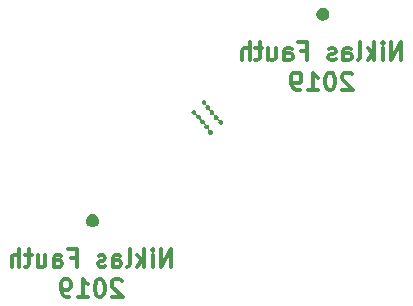
<source format=gbs>
G04 #@! TF.GenerationSoftware,KiCad,Pcbnew,5.0.2-bee76a0~70~ubuntu18.04.1*
G04 #@! TF.CreationDate,2019-09-04T02:04:56+02:00*
G04 #@! TF.ProjectId,upper_Sensor,75707065-725f-4536-956e-736f722e6b69,rev?*
G04 #@! TF.SameCoordinates,Original*
G04 #@! TF.FileFunction,Soldermask,Bot*
G04 #@! TF.FilePolarity,Negative*
%FSLAX46Y46*%
G04 Gerber Fmt 4.6, Leading zero omitted, Abs format (unit mm)*
G04 Created by KiCad (PCBNEW 5.0.2-bee76a0~70~ubuntu18.04.1) date Mi 04 Sep 2019 02:04:56 CEST*
%MOMM*%
%LPD*%
G01*
G04 APERTURE LIST*
%ADD10C,0.300000*%
%ADD11C,0.100000*%
G04 APERTURE END LIST*
D10*
X136150000Y-66403571D02*
X136150000Y-64903571D01*
X135292857Y-66403571D01*
X135292857Y-64903571D01*
X134578571Y-66403571D02*
X134578571Y-65403571D01*
X134578571Y-64903571D02*
X134650000Y-64975000D01*
X134578571Y-65046428D01*
X134507142Y-64975000D01*
X134578571Y-64903571D01*
X134578571Y-65046428D01*
X133864285Y-66403571D02*
X133864285Y-64903571D01*
X133721428Y-65832142D02*
X133292857Y-66403571D01*
X133292857Y-65403571D02*
X133864285Y-65975000D01*
X132435714Y-66403571D02*
X132578571Y-66332142D01*
X132650000Y-66189285D01*
X132650000Y-64903571D01*
X131221428Y-66403571D02*
X131221428Y-65617857D01*
X131292857Y-65475000D01*
X131435714Y-65403571D01*
X131721428Y-65403571D01*
X131864285Y-65475000D01*
X131221428Y-66332142D02*
X131364285Y-66403571D01*
X131721428Y-66403571D01*
X131864285Y-66332142D01*
X131935714Y-66189285D01*
X131935714Y-66046428D01*
X131864285Y-65903571D01*
X131721428Y-65832142D01*
X131364285Y-65832142D01*
X131221428Y-65760714D01*
X130578571Y-66332142D02*
X130435714Y-66403571D01*
X130150000Y-66403571D01*
X130007142Y-66332142D01*
X129935714Y-66189285D01*
X129935714Y-66117857D01*
X130007142Y-65975000D01*
X130150000Y-65903571D01*
X130364285Y-65903571D01*
X130507142Y-65832142D01*
X130578571Y-65689285D01*
X130578571Y-65617857D01*
X130507142Y-65475000D01*
X130364285Y-65403571D01*
X130150000Y-65403571D01*
X130007142Y-65475000D01*
X127650000Y-65617857D02*
X128150000Y-65617857D01*
X128150000Y-66403571D02*
X128150000Y-64903571D01*
X127435714Y-64903571D01*
X126221428Y-66403571D02*
X126221428Y-65617857D01*
X126292857Y-65475000D01*
X126435714Y-65403571D01*
X126721428Y-65403571D01*
X126864285Y-65475000D01*
X126221428Y-66332142D02*
X126364285Y-66403571D01*
X126721428Y-66403571D01*
X126864285Y-66332142D01*
X126935714Y-66189285D01*
X126935714Y-66046428D01*
X126864285Y-65903571D01*
X126721428Y-65832142D01*
X126364285Y-65832142D01*
X126221428Y-65760714D01*
X124864285Y-65403571D02*
X124864285Y-66403571D01*
X125507142Y-65403571D02*
X125507142Y-66189285D01*
X125435714Y-66332142D01*
X125292857Y-66403571D01*
X125078571Y-66403571D01*
X124935714Y-66332142D01*
X124864285Y-66260714D01*
X124364285Y-65403571D02*
X123792857Y-65403571D01*
X124150000Y-64903571D02*
X124150000Y-66189285D01*
X124078571Y-66332142D01*
X123935714Y-66403571D01*
X123792857Y-66403571D01*
X123292857Y-66403571D02*
X123292857Y-64903571D01*
X122650000Y-66403571D02*
X122650000Y-65617857D01*
X122721428Y-65475000D01*
X122864285Y-65403571D01*
X123078571Y-65403571D01*
X123221428Y-65475000D01*
X123292857Y-65546428D01*
X131971428Y-67596428D02*
X131900000Y-67525000D01*
X131757142Y-67453571D01*
X131400000Y-67453571D01*
X131257142Y-67525000D01*
X131185714Y-67596428D01*
X131114285Y-67739285D01*
X131114285Y-67882142D01*
X131185714Y-68096428D01*
X132042857Y-68953571D01*
X131114285Y-68953571D01*
X130185714Y-67453571D02*
X130042857Y-67453571D01*
X129900000Y-67525000D01*
X129828571Y-67596428D01*
X129757142Y-67739285D01*
X129685714Y-68025000D01*
X129685714Y-68382142D01*
X129757142Y-68667857D01*
X129828571Y-68810714D01*
X129900000Y-68882142D01*
X130042857Y-68953571D01*
X130185714Y-68953571D01*
X130328571Y-68882142D01*
X130400000Y-68810714D01*
X130471428Y-68667857D01*
X130542857Y-68382142D01*
X130542857Y-68025000D01*
X130471428Y-67739285D01*
X130400000Y-67596428D01*
X130328571Y-67525000D01*
X130185714Y-67453571D01*
X128257142Y-68953571D02*
X129114285Y-68953571D01*
X128685714Y-68953571D02*
X128685714Y-67453571D01*
X128828571Y-67667857D01*
X128971428Y-67810714D01*
X129114285Y-67882142D01*
X127542857Y-68953571D02*
X127257142Y-68953571D01*
X127114285Y-68882142D01*
X127042857Y-68810714D01*
X126900000Y-68596428D01*
X126828571Y-68310714D01*
X126828571Y-67739285D01*
X126900000Y-67596428D01*
X126971428Y-67525000D01*
X127114285Y-67453571D01*
X127400000Y-67453571D01*
X127542857Y-67525000D01*
X127614285Y-67596428D01*
X127685714Y-67739285D01*
X127685714Y-68096428D01*
X127614285Y-68239285D01*
X127542857Y-68310714D01*
X127400000Y-68382142D01*
X127114285Y-68382142D01*
X126971428Y-68310714D01*
X126900000Y-68239285D01*
X126828571Y-68096428D01*
X116650000Y-83903571D02*
X116650000Y-82403571D01*
X115792857Y-83903571D01*
X115792857Y-82403571D01*
X115078571Y-83903571D02*
X115078571Y-82903571D01*
X115078571Y-82403571D02*
X115150000Y-82475000D01*
X115078571Y-82546428D01*
X115007142Y-82475000D01*
X115078571Y-82403571D01*
X115078571Y-82546428D01*
X114364285Y-83903571D02*
X114364285Y-82403571D01*
X114221428Y-83332142D02*
X113792857Y-83903571D01*
X113792857Y-82903571D02*
X114364285Y-83475000D01*
X112935714Y-83903571D02*
X113078571Y-83832142D01*
X113150000Y-83689285D01*
X113150000Y-82403571D01*
X111721428Y-83903571D02*
X111721428Y-83117857D01*
X111792857Y-82975000D01*
X111935714Y-82903571D01*
X112221428Y-82903571D01*
X112364285Y-82975000D01*
X111721428Y-83832142D02*
X111864285Y-83903571D01*
X112221428Y-83903571D01*
X112364285Y-83832142D01*
X112435714Y-83689285D01*
X112435714Y-83546428D01*
X112364285Y-83403571D01*
X112221428Y-83332142D01*
X111864285Y-83332142D01*
X111721428Y-83260714D01*
X111078571Y-83832142D02*
X110935714Y-83903571D01*
X110650000Y-83903571D01*
X110507142Y-83832142D01*
X110435714Y-83689285D01*
X110435714Y-83617857D01*
X110507142Y-83475000D01*
X110650000Y-83403571D01*
X110864285Y-83403571D01*
X111007142Y-83332142D01*
X111078571Y-83189285D01*
X111078571Y-83117857D01*
X111007142Y-82975000D01*
X110864285Y-82903571D01*
X110650000Y-82903571D01*
X110507142Y-82975000D01*
X108150000Y-83117857D02*
X108650000Y-83117857D01*
X108650000Y-83903571D02*
X108650000Y-82403571D01*
X107935714Y-82403571D01*
X106721428Y-83903571D02*
X106721428Y-83117857D01*
X106792857Y-82975000D01*
X106935714Y-82903571D01*
X107221428Y-82903571D01*
X107364285Y-82975000D01*
X106721428Y-83832142D02*
X106864285Y-83903571D01*
X107221428Y-83903571D01*
X107364285Y-83832142D01*
X107435714Y-83689285D01*
X107435714Y-83546428D01*
X107364285Y-83403571D01*
X107221428Y-83332142D01*
X106864285Y-83332142D01*
X106721428Y-83260714D01*
X105364285Y-82903571D02*
X105364285Y-83903571D01*
X106007142Y-82903571D02*
X106007142Y-83689285D01*
X105935714Y-83832142D01*
X105792857Y-83903571D01*
X105578571Y-83903571D01*
X105435714Y-83832142D01*
X105364285Y-83760714D01*
X104864285Y-82903571D02*
X104292857Y-82903571D01*
X104650000Y-82403571D02*
X104650000Y-83689285D01*
X104578571Y-83832142D01*
X104435714Y-83903571D01*
X104292857Y-83903571D01*
X103792857Y-83903571D02*
X103792857Y-82403571D01*
X103150000Y-83903571D02*
X103150000Y-83117857D01*
X103221428Y-82975000D01*
X103364285Y-82903571D01*
X103578571Y-82903571D01*
X103721428Y-82975000D01*
X103792857Y-83046428D01*
X112471428Y-85096428D02*
X112400000Y-85025000D01*
X112257142Y-84953571D01*
X111900000Y-84953571D01*
X111757142Y-85025000D01*
X111685714Y-85096428D01*
X111614285Y-85239285D01*
X111614285Y-85382142D01*
X111685714Y-85596428D01*
X112542857Y-86453571D01*
X111614285Y-86453571D01*
X110685714Y-84953571D02*
X110542857Y-84953571D01*
X110400000Y-85025000D01*
X110328571Y-85096428D01*
X110257142Y-85239285D01*
X110185714Y-85525000D01*
X110185714Y-85882142D01*
X110257142Y-86167857D01*
X110328571Y-86310714D01*
X110400000Y-86382142D01*
X110542857Y-86453571D01*
X110685714Y-86453571D01*
X110828571Y-86382142D01*
X110900000Y-86310714D01*
X110971428Y-86167857D01*
X111042857Y-85882142D01*
X111042857Y-85525000D01*
X110971428Y-85239285D01*
X110900000Y-85096428D01*
X110828571Y-85025000D01*
X110685714Y-84953571D01*
X108757142Y-86453571D02*
X109614285Y-86453571D01*
X109185714Y-86453571D02*
X109185714Y-84953571D01*
X109328571Y-85167857D01*
X109471428Y-85310714D01*
X109614285Y-85382142D01*
X108042857Y-86453571D02*
X107757142Y-86453571D01*
X107614285Y-86382142D01*
X107542857Y-86310714D01*
X107400000Y-86096428D01*
X107328571Y-85810714D01*
X107328571Y-85239285D01*
X107400000Y-85096428D01*
X107471428Y-85025000D01*
X107614285Y-84953571D01*
X107900000Y-84953571D01*
X108042857Y-85025000D01*
X108114285Y-85096428D01*
X108185714Y-85239285D01*
X108185714Y-85596428D01*
X108114285Y-85739285D01*
X108042857Y-85810714D01*
X107900000Y-85882142D01*
X107614285Y-85882142D01*
X107471428Y-85810714D01*
X107400000Y-85739285D01*
X107328571Y-85596428D01*
D11*
G36*
X110160721Y-79470174D02*
X110260995Y-79511709D01*
X110351245Y-79572012D01*
X110427988Y-79648755D01*
X110488291Y-79739005D01*
X110529826Y-79839279D01*
X110551000Y-79945730D01*
X110551000Y-80054270D01*
X110529826Y-80160721D01*
X110488291Y-80260995D01*
X110427988Y-80351245D01*
X110351245Y-80427988D01*
X110260995Y-80488291D01*
X110160721Y-80529826D01*
X110054270Y-80551000D01*
X109945730Y-80551000D01*
X109839279Y-80529826D01*
X109739005Y-80488291D01*
X109648755Y-80427988D01*
X109572012Y-80351245D01*
X109511709Y-80260995D01*
X109470174Y-80160721D01*
X109449000Y-80054270D01*
X109449000Y-79945730D01*
X109470174Y-79839279D01*
X109511709Y-79739005D01*
X109572012Y-79648755D01*
X109648755Y-79572012D01*
X109739005Y-79511709D01*
X109839279Y-79470174D01*
X109945730Y-79449000D01*
X110054270Y-79449000D01*
X110160721Y-79470174D01*
X110160721Y-79470174D01*
G37*
G36*
X118598402Y-70627536D02*
X118633846Y-70634586D01*
X118670425Y-70649738D01*
X118670427Y-70649739D01*
X118703347Y-70671736D01*
X118731342Y-70699731D01*
X118749866Y-70727453D01*
X118753340Y-70732653D01*
X118768492Y-70769232D01*
X118776216Y-70808065D01*
X118776216Y-70847659D01*
X118770791Y-70874932D01*
X118768390Y-70899311D01*
X118770792Y-70923697D01*
X118777905Y-70947146D01*
X118789456Y-70968757D01*
X118805001Y-70987700D01*
X118823943Y-71003245D01*
X118845553Y-71014796D01*
X118869003Y-71021910D01*
X118893389Y-71024312D01*
X118917776Y-71021910D01*
X118947252Y-71016047D01*
X118986848Y-71016047D01*
X118996555Y-71017978D01*
X119025680Y-71023771D01*
X119062259Y-71038923D01*
X119062261Y-71038924D01*
X119077131Y-71048860D01*
X119095180Y-71060920D01*
X119123177Y-71088917D01*
X119134100Y-71105265D01*
X119144469Y-71120782D01*
X119145174Y-71121838D01*
X119160326Y-71158417D01*
X119164956Y-71181697D01*
X119168050Y-71197249D01*
X119168050Y-71236845D01*
X119158343Y-71285646D01*
X119157106Y-71289723D01*
X119154703Y-71314110D01*
X119157104Y-71338496D01*
X119164216Y-71361945D01*
X119175766Y-71383557D01*
X119191311Y-71402500D01*
X119210252Y-71418046D01*
X119231863Y-71429598D01*
X119255311Y-71436712D01*
X119279698Y-71439115D01*
X119297418Y-71437370D01*
X119340382Y-71437370D01*
X119349154Y-71439115D01*
X119379214Y-71445094D01*
X119415793Y-71460246D01*
X119415795Y-71460247D01*
X119421175Y-71463842D01*
X119435417Y-71473358D01*
X119448715Y-71482244D01*
X119476710Y-71510239D01*
X119497470Y-71541307D01*
X119498708Y-71543161D01*
X119513860Y-71579740D01*
X119516824Y-71594644D01*
X119521584Y-71618572D01*
X119521584Y-71658168D01*
X119511882Y-71706945D01*
X119510641Y-71711032D01*
X119508235Y-71735418D01*
X119510632Y-71759805D01*
X119517741Y-71783255D01*
X119529288Y-71804868D01*
X119544830Y-71823813D01*
X119563769Y-71839362D01*
X119585378Y-71850918D01*
X119608825Y-71858036D01*
X119633211Y-71860442D01*
X119650950Y-71858697D01*
X119693915Y-71858697D01*
X119697293Y-71859369D01*
X119732747Y-71866421D01*
X119769326Y-71881573D01*
X119769328Y-71881574D01*
X119802248Y-71903571D01*
X119830243Y-71931566D01*
X119851013Y-71962649D01*
X119852241Y-71964488D01*
X119867393Y-72001067D01*
X119875117Y-72039900D01*
X119875117Y-72079494D01*
X119867393Y-72118327D01*
X119858695Y-72139324D01*
X119851582Y-72162773D01*
X119849180Y-72187160D01*
X119851582Y-72211546D01*
X119858695Y-72234995D01*
X119870246Y-72256606D01*
X119885791Y-72275548D01*
X119904734Y-72291094D01*
X119926344Y-72302645D01*
X119949793Y-72309758D01*
X119974180Y-72312160D01*
X120009146Y-72312160D01*
X120018853Y-72314091D01*
X120047978Y-72319884D01*
X120084557Y-72335036D01*
X120084559Y-72335037D01*
X120101130Y-72346110D01*
X120117478Y-72357033D01*
X120145475Y-72385030D01*
X120156398Y-72401378D01*
X120162216Y-72410084D01*
X120167472Y-72417951D01*
X120182624Y-72454530D01*
X120190348Y-72493363D01*
X120190348Y-72532957D01*
X120182624Y-72571790D01*
X120167472Y-72608369D01*
X120167471Y-72608371D01*
X120145474Y-72641291D01*
X120117479Y-72669286D01*
X120084559Y-72691283D01*
X120084558Y-72691284D01*
X120084557Y-72691284D01*
X120047978Y-72706436D01*
X120018853Y-72712229D01*
X120009146Y-72714160D01*
X119969550Y-72714160D01*
X119959843Y-72712229D01*
X119930718Y-72706436D01*
X119894139Y-72691284D01*
X119894138Y-72691284D01*
X119894137Y-72691283D01*
X119861217Y-72669286D01*
X119833222Y-72641291D01*
X119811225Y-72608371D01*
X119811224Y-72608369D01*
X119796072Y-72571790D01*
X119788348Y-72532957D01*
X119788348Y-72493363D01*
X119796072Y-72454530D01*
X119804771Y-72433529D01*
X119811883Y-72410084D01*
X119814285Y-72385697D01*
X119811883Y-72361311D01*
X119804770Y-72337862D01*
X119793219Y-72316251D01*
X119777674Y-72297309D01*
X119758731Y-72281763D01*
X119737121Y-72270212D01*
X119713672Y-72263099D01*
X119689285Y-72260697D01*
X119654319Y-72260697D01*
X119644612Y-72258766D01*
X119615487Y-72252973D01*
X119578908Y-72237821D01*
X119578907Y-72237821D01*
X119578906Y-72237820D01*
X119545986Y-72215823D01*
X119517991Y-72187828D01*
X119517545Y-72187160D01*
X119507067Y-72171479D01*
X119495994Y-72154908D01*
X119489539Y-72139324D01*
X119480841Y-72118327D01*
X119473117Y-72079494D01*
X119473117Y-72039900D01*
X119480841Y-72001067D01*
X119482819Y-71991122D01*
X119484060Y-71987035D01*
X119486466Y-71962649D01*
X119484069Y-71938262D01*
X119476960Y-71914812D01*
X119465413Y-71893199D01*
X119449871Y-71874254D01*
X119430932Y-71858705D01*
X119409323Y-71847149D01*
X119385876Y-71840031D01*
X119361490Y-71837625D01*
X119343751Y-71839370D01*
X119300786Y-71839370D01*
X119291079Y-71837439D01*
X119261954Y-71831646D01*
X119225375Y-71816494D01*
X119225374Y-71816494D01*
X119225373Y-71816493D01*
X119192453Y-71794496D01*
X119164458Y-71766501D01*
X119142461Y-71733581D01*
X119138792Y-71724723D01*
X119127308Y-71697000D01*
X119119584Y-71658167D01*
X119119584Y-71618573D01*
X119127308Y-71579740D01*
X119129291Y-71569771D01*
X119130528Y-71565694D01*
X119132931Y-71541307D01*
X119130530Y-71516921D01*
X119123418Y-71493472D01*
X119111868Y-71471860D01*
X119096323Y-71452917D01*
X119077382Y-71437371D01*
X119055771Y-71425819D01*
X119032323Y-71418705D01*
X119007936Y-71416302D01*
X118990216Y-71418047D01*
X118947252Y-71418047D01*
X118937545Y-71416116D01*
X118908420Y-71410323D01*
X118871841Y-71395171D01*
X118871840Y-71395171D01*
X118871839Y-71395170D01*
X118838919Y-71373173D01*
X118810924Y-71345178D01*
X118804483Y-71335538D01*
X118796754Y-71323971D01*
X118788927Y-71312258D01*
X118782485Y-71296706D01*
X118773774Y-71275677D01*
X118766050Y-71236844D01*
X118766050Y-71197250D01*
X118771475Y-71169977D01*
X118773876Y-71145598D01*
X118771474Y-71121212D01*
X118764361Y-71097763D01*
X118752810Y-71076152D01*
X118737265Y-71057209D01*
X118718323Y-71041664D01*
X118696713Y-71030113D01*
X118673263Y-71022999D01*
X118648877Y-71020597D01*
X118624490Y-71022999D01*
X118595014Y-71028862D01*
X118555418Y-71028862D01*
X118545711Y-71026931D01*
X118516586Y-71021138D01*
X118480007Y-71005986D01*
X118480006Y-71005986D01*
X118480005Y-71005985D01*
X118447085Y-70983988D01*
X118419090Y-70955993D01*
X118416870Y-70952670D01*
X118408166Y-70939644D01*
X118397093Y-70923073D01*
X118397092Y-70923071D01*
X118381940Y-70886492D01*
X118374216Y-70847659D01*
X118374216Y-70808065D01*
X118381940Y-70769232D01*
X118397092Y-70732653D01*
X118400567Y-70727453D01*
X118419090Y-70699731D01*
X118447085Y-70671736D01*
X118480005Y-70649739D01*
X118480007Y-70649738D01*
X118516586Y-70634586D01*
X118552030Y-70627536D01*
X118555418Y-70626862D01*
X118595014Y-70626862D01*
X118598402Y-70627536D01*
X118598402Y-70627536D01*
G37*
G36*
X119477369Y-69781727D02*
X119506494Y-69787520D01*
X119543073Y-69802672D01*
X119543075Y-69802673D01*
X119559646Y-69813746D01*
X119575994Y-69824669D01*
X119603991Y-69852666D01*
X119625988Y-69885587D01*
X119641140Y-69922166D01*
X119648864Y-69960999D01*
X119648864Y-70000593D01*
X119641141Y-70039423D01*
X119641140Y-70039425D01*
X119632442Y-70060423D01*
X119625328Y-70083872D01*
X119622926Y-70108258D01*
X119625327Y-70132644D01*
X119632440Y-70156093D01*
X119643991Y-70177704D01*
X119659536Y-70196647D01*
X119678478Y-70212192D01*
X119700089Y-70223744D01*
X119723538Y-70230858D01*
X119747926Y-70233260D01*
X119782894Y-70233260D01*
X119792601Y-70235191D01*
X119821726Y-70240984D01*
X119858305Y-70256136D01*
X119858307Y-70256137D01*
X119891227Y-70278134D01*
X119919222Y-70306129D01*
X119935964Y-70331184D01*
X119941220Y-70339051D01*
X119956372Y-70375630D01*
X119962165Y-70404755D01*
X119964096Y-70414462D01*
X119964096Y-70454058D01*
X119954385Y-70502880D01*
X119953148Y-70506959D01*
X119950749Y-70531346D01*
X119953154Y-70555732D01*
X119960271Y-70579180D01*
X119971825Y-70600789D01*
X119987373Y-70619729D01*
X120006317Y-70635272D01*
X120027929Y-70646820D01*
X120051379Y-70653930D01*
X120075766Y-70656329D01*
X120093466Y-70654584D01*
X120136426Y-70654584D01*
X120145198Y-70656329D01*
X120175258Y-70662308D01*
X120211837Y-70677460D01*
X120211839Y-70677461D01*
X120228410Y-70688534D01*
X120244758Y-70699457D01*
X120272755Y-70727454D01*
X120294752Y-70760375D01*
X120309904Y-70796954D01*
X120312114Y-70808065D01*
X120317628Y-70835786D01*
X120317628Y-70875382D01*
X120307917Y-70924204D01*
X120306680Y-70928283D01*
X120304281Y-70952670D01*
X120306686Y-70977056D01*
X120313803Y-71000504D01*
X120325357Y-71022113D01*
X120340905Y-71041053D01*
X120359849Y-71056596D01*
X120381461Y-71068144D01*
X120404911Y-71075254D01*
X120429298Y-71077653D01*
X120447003Y-71075908D01*
X120489959Y-71075908D01*
X120498731Y-71077653D01*
X120528791Y-71083632D01*
X120562905Y-71097763D01*
X120565372Y-71098785D01*
X120581943Y-71109858D01*
X120598291Y-71120781D01*
X120626288Y-71148778D01*
X120648285Y-71181699D01*
X120663437Y-71218278D01*
X120671161Y-71257111D01*
X120671161Y-71296705D01*
X120665736Y-71323978D01*
X120663335Y-71348357D01*
X120665737Y-71372743D01*
X120672850Y-71396192D01*
X120684401Y-71417803D01*
X120699946Y-71436746D01*
X120718888Y-71452291D01*
X120740498Y-71463842D01*
X120763948Y-71470956D01*
X120788334Y-71473358D01*
X120812717Y-71470957D01*
X120842200Y-71465093D01*
X120881795Y-71465093D01*
X120891502Y-71467024D01*
X120920627Y-71472817D01*
X120957206Y-71487969D01*
X120957208Y-71487970D01*
X120990128Y-71509967D01*
X121018123Y-71537962D01*
X121039378Y-71569771D01*
X121040121Y-71570884D01*
X121055273Y-71607463D01*
X121062997Y-71646296D01*
X121062997Y-71685890D01*
X121055273Y-71724723D01*
X121040121Y-71761302D01*
X121018124Y-71794223D01*
X120990127Y-71822220D01*
X120976020Y-71831646D01*
X120957208Y-71844216D01*
X120957207Y-71844217D01*
X120957206Y-71844217D01*
X120920627Y-71859369D01*
X120891502Y-71865162D01*
X120881795Y-71867093D01*
X120842199Y-71867093D01*
X120832492Y-71865162D01*
X120803367Y-71859369D01*
X120766788Y-71844217D01*
X120766787Y-71844217D01*
X120766786Y-71844216D01*
X120747974Y-71831646D01*
X120733867Y-71822220D01*
X120705870Y-71794223D01*
X120683873Y-71761302D01*
X120668721Y-71724723D01*
X120660997Y-71685890D01*
X120660997Y-71646296D01*
X120666422Y-71619023D01*
X120668823Y-71594644D01*
X120666421Y-71570258D01*
X120659308Y-71546809D01*
X120647757Y-71525198D01*
X120632212Y-71506255D01*
X120613270Y-71490710D01*
X120591660Y-71479159D01*
X120568210Y-71472045D01*
X120543824Y-71469643D01*
X120519441Y-71472044D01*
X120489958Y-71477908D01*
X120450363Y-71477908D01*
X120440656Y-71475977D01*
X120411531Y-71470184D01*
X120374952Y-71455032D01*
X120374951Y-71455032D01*
X120374950Y-71455031D01*
X120358379Y-71443958D01*
X120342031Y-71433035D01*
X120314034Y-71405038D01*
X120292743Y-71373174D01*
X120292038Y-71372119D01*
X120292037Y-71372117D01*
X120276885Y-71335538D01*
X120269161Y-71296705D01*
X120269161Y-71257111D01*
X120276885Y-71218278D01*
X120278872Y-71208288D01*
X120280109Y-71204209D01*
X120282508Y-71179822D01*
X120280103Y-71155436D01*
X120272986Y-71131988D01*
X120261432Y-71110379D01*
X120245884Y-71091439D01*
X120226940Y-71075896D01*
X120205328Y-71064348D01*
X120181878Y-71057238D01*
X120157491Y-71054839D01*
X120139786Y-71056584D01*
X120096830Y-71056584D01*
X120087123Y-71054653D01*
X120057998Y-71048860D01*
X120021419Y-71033708D01*
X120021418Y-71033708D01*
X120021417Y-71033707D01*
X120001797Y-71020597D01*
X119988498Y-71011711D01*
X119960501Y-70983714D01*
X119949578Y-70967366D01*
X119938505Y-70950795D01*
X119938504Y-70950793D01*
X119923352Y-70914214D01*
X119915628Y-70875381D01*
X119915628Y-70835787D01*
X119923352Y-70796954D01*
X119925339Y-70786964D01*
X119926576Y-70782885D01*
X119928975Y-70758498D01*
X119926570Y-70734112D01*
X119919453Y-70710664D01*
X119907899Y-70689055D01*
X119892351Y-70670115D01*
X119873407Y-70654572D01*
X119851795Y-70643024D01*
X119828345Y-70635914D01*
X119803958Y-70633515D01*
X119786258Y-70635260D01*
X119743298Y-70635260D01*
X119733591Y-70633329D01*
X119704466Y-70627536D01*
X119667887Y-70612384D01*
X119667886Y-70612384D01*
X119667885Y-70612383D01*
X119634965Y-70590386D01*
X119606970Y-70562391D01*
X119584973Y-70529471D01*
X119584972Y-70529469D01*
X119569820Y-70492890D01*
X119562096Y-70454057D01*
X119562096Y-70414463D01*
X119569820Y-70375630D01*
X119578519Y-70354629D01*
X119585632Y-70331184D01*
X119588034Y-70306798D01*
X119585633Y-70282412D01*
X119578520Y-70258963D01*
X119566969Y-70237352D01*
X119551424Y-70218409D01*
X119532482Y-70202864D01*
X119510871Y-70191312D01*
X119487422Y-70184198D01*
X119463034Y-70181796D01*
X119428066Y-70181796D01*
X119418359Y-70179865D01*
X119389234Y-70174072D01*
X119352655Y-70158920D01*
X119352654Y-70158920D01*
X119352653Y-70158919D01*
X119319733Y-70136922D01*
X119291738Y-70108927D01*
X119269741Y-70076007D01*
X119263286Y-70060423D01*
X119254588Y-70039426D01*
X119246864Y-70000593D01*
X119246864Y-69960999D01*
X119254588Y-69922166D01*
X119269740Y-69885587D01*
X119291737Y-69852666D01*
X119319734Y-69824669D01*
X119336082Y-69813746D01*
X119352653Y-69802673D01*
X119352655Y-69802672D01*
X119389234Y-69787520D01*
X119418359Y-69781727D01*
X119428066Y-69779796D01*
X119467662Y-69779796D01*
X119477369Y-69781727D01*
X119477369Y-69781727D01*
G37*
G36*
X129660721Y-61970174D02*
X129760995Y-62011709D01*
X129851245Y-62072012D01*
X129927988Y-62148755D01*
X129988291Y-62239005D01*
X130029826Y-62339279D01*
X130051000Y-62445730D01*
X130051000Y-62554270D01*
X130029826Y-62660721D01*
X129988291Y-62760995D01*
X129927988Y-62851245D01*
X129851245Y-62927988D01*
X129760995Y-62988291D01*
X129660721Y-63029826D01*
X129554270Y-63051000D01*
X129445730Y-63051000D01*
X129339279Y-63029826D01*
X129239005Y-62988291D01*
X129148755Y-62927988D01*
X129072012Y-62851245D01*
X129011709Y-62760995D01*
X128970174Y-62660721D01*
X128949000Y-62554270D01*
X128949000Y-62445730D01*
X128970174Y-62339279D01*
X129011709Y-62239005D01*
X129072012Y-62148755D01*
X129148755Y-62072012D01*
X129239005Y-62011709D01*
X129339279Y-61970174D01*
X129445730Y-61949000D01*
X129554270Y-61949000D01*
X129660721Y-61970174D01*
X129660721Y-61970174D01*
G37*
M02*

</source>
